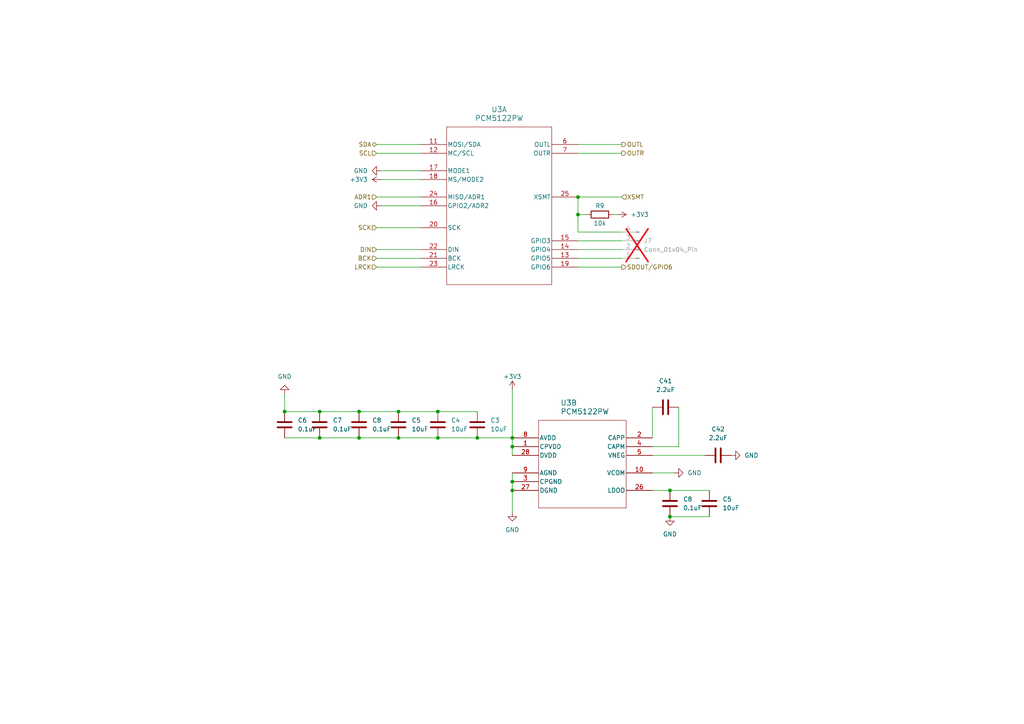
<source format=kicad_sch>
(kicad_sch (version 20230121) (generator eeschema)
  (paper "A4")
  (lib_symbols
    (symbol "Connector:Conn_01x04_Pin" (pin_names (offset 1.016) hide)
      (property "Reference" "J" (at 0 5.08 0))
      (property "Value" "Conn_01x04_Pin" (at 0 -7.62 0))
      (symbol "Conn_01x04_Pin_1_1"
        (polyline (pts (xy 1.27 -5.08) (xy 0.8636 -5.08)) (stroke (width 0.1524)))
        (polyline (pts (xy 1.27 -2.54) (xy 0.8636 -2.54)) (stroke (width 0.1524)))
        (polyline (pts (xy 1.27 0) (xy 0.8636 0)) (stroke (width 0.1524)))
        (polyline (pts (xy 1.27 2.54) (xy 0.8636 2.54)) (stroke (width 0.1524)))
        (rectangle (start 0.8636 -4.953) (end 0 -5.207) (stroke (width 0.1524)) (fill (type outline)))
        (rectangle (start 0.8636 -2.413) (end 0 -2.667) (stroke (width 0.1524)) (fill (type outline)))
        (rectangle (start 0.8636 0.127) (end 0 -0.127) (stroke (width 0.1524)) (fill (type outline)))
        (rectangle (start 0.8636 2.667) (end 0 2.413) (stroke (width 0.1524)) (fill (type outline)))
        (pin passive line (at 5.08 2.54 180) (length 3.81) (name "Pin_1") (number "1"))
        (pin passive line (at 5.08 0 180) (length 3.81) (name "Pin_2") (number "2"))
        (pin passive line (at 5.08 -2.54 180) (length 3.81) (name "Pin_3") (number "3"))
        (pin passive line (at 5.08 -5.08 180) (length 3.81) (name "Pin_4") (number "4"))
      )
    )
    (symbol "Device:C" (pin_numbers hide) (pin_names (offset 0.254))
      (property "Reference" "C" (at 0.635 2.54 0))
      (property "Value" "C" (at 0.635 -2.54 0))
      (symbol "C_0_1"
        (polyline (pts (xy -2.032 -0.762) (xy 2.032 -0.762)) (stroke (width 0.508)))
        (polyline (pts (xy -2.032 0.762) (xy 2.032 0.762)) (stroke (width 0.508)))
      )
      (symbol "C_1_1"
        (pin passive line (at 0 3.81 270) (length 2.794) (name "~") (number "1"))
        (pin passive line (at 0 -3.81 90) (length 2.794) (name "~") (number "2"))
      )
    )
    (symbol "Device:R" (pin_numbers hide) (pin_names (offset 0))
      (property "Reference" "R" (at 2.032 0 90))
      (property "Value" "R" (at 0 0 90))
      (symbol "R_0_1"
        (rectangle (start -1.016 -2.54) (end 1.016 2.54) (stroke (width 0.254)))
      )
      (symbol "R_1_1"
        (pin passive line (at 0 3.81 270) (length 1.27) (name "~") (number "1"))
        (pin passive line (at 0 -3.81 90) (length 1.27) (name "~") (number "2"))
      )
    )
    (symbol "TI_PCM5122PW_functional:PCM5122PW" (pin_names (offset 0.254))
      (property "Reference" "U" (at 22.86 10.16 0))
      (property "Value" "PCM5122PW" (at 22.86 7.62 0))
      (symbol "PCM5122PW_1_1"
        (polyline (pts (xy 7.62 -40.64) (xy 38.1 -40.64)) (stroke (width 0.127)))
        (polyline (pts (xy 7.62 5.08) (xy 7.62 -40.64)) (stroke (width 0.127)))
        (polyline (pts (xy 38.1 -40.64) (xy 38.1 5.08)) (stroke (width 0.127)))
        (polyline (pts (xy 38.1 5.08) (xy 7.62 5.08)) (stroke (width 0.127)))
        (pin input line (at 0 0 0) (length 7.62) (name "MOSI/SDA") (number "11"))
        (pin input line (at 0 -2.54 0) (length 7.62) (name "MC/SCL") (number "12"))
        (pin bidirectional line (at 45.72 -33.02 180) (length 7.62) (name "GPIO5") (number "13"))
        (pin bidirectional line (at 45.72 -30.48 180) (length 7.62) (name "GPIO4") (number "14"))
        (pin bidirectional line (at 45.72 -27.94 180) (length 7.62) (name "GPIO3") (number "15"))
        (pin bidirectional line (at 0 -17.78 0) (length 7.62) (name "GPIO2/ADR2") (number "16"))
        (pin input line (at 0 -7.62 0) (length 7.62) (name "MODE1") (number "17"))
        (pin input line (at 0 -10.16 0) (length 7.62) (name "MS/MODE2") (number "18"))
        (pin bidirectional line (at 45.72 -35.56 180) (length 7.62) (name "GPIO6") (number "19"))
        (pin input line (at 0 -24.13 0) (length 7.62) (name "SCK") (number "20"))
        (pin bidirectional line (at 0 -33.02 0) (length 7.62) (name "BCK") (number "21"))
        (pin input line (at 0 -30.48 0) (length 7.62) (name "DIN") (number "22"))
        (pin bidirectional line (at 0 -35.56 0) (length 7.62) (name "LRCK") (number "23"))
        (pin bidirectional line (at 0 -15.24 0) (length 7.62) (name "MISO/ADR1") (number "24"))
        (pin input line (at 45.72 -15.24 180) (length 7.62) (name "XSMT") (number "25"))
        (pin output line (at 45.72 0 180) (length 7.62) (name "OUTL") (number "6"))
        (pin output line (at 45.72 -2.54 180) (length 7.62) (name "OUTR") (number "7"))
      )
      (symbol "PCM5122PW_2_1"
        (polyline (pts (xy 7.62 -20.32) (xy 33.02 -20.32)) (stroke (width 0.127)))
        (polyline (pts (xy 7.62 5.08) (xy 7.62 -20.32)) (stroke (width 0.127)))
        (polyline (pts (xy 33.02 -20.32) (xy 33.02 5.08)) (stroke (width 0.127)))
        (polyline (pts (xy 33.02 5.08) (xy 7.62 5.08)) (stroke (width 0.127)))
        (pin power_in line (at 0 -2.54 0) (length 7.62) (name "CPVDD") (number "1"))
        (pin output line (at 40.64 -10.16 180) (length 7.62) (name "VCOM") (number "10"))
        (pin output line (at 40.64 0 180) (length 7.62) (name "CAPP") (number "2"))
        (pin unspecified line (at 40.64 -15.24 180) (length 7.62) (name "LDOO") (number "26"))
        (pin power_in line (at 0 -15.24 0) (length 7.62) (name "DGND") (number "27"))
        (pin power_in line (at 0 -5.08 0) (length 7.62) (name "DVDD") (number "28"))
        (pin power_in line (at 0 -12.7 0) (length 7.62) (name "CPGND") (number "3"))
        (pin output line (at 40.64 -2.54 180) (length 7.62) (name "CAPM") (number "4"))
        (pin output line (at 40.64 -5.08 180) (length 7.62) (name "VNEG") (number "5"))
        (pin power_in line (at 0 0 0) (length 7.62) (name "AVDD") (number "8"))
        (pin power_in line (at 0 -10.16 0) (length 7.62) (name "AGND") (number "9"))
      )
    )
    (symbol "power:+3V3" (power) (pin_names (offset 0))
      (property "Value" "+3V3" (at 0 3.556 0))
      (symbol "+3V3_0_1"
        (polyline (pts (xy -0.762 1.27) (xy 0 2.54)))
        (polyline (pts (xy 0 0) (xy 0 2.54)))
        (polyline (pts (xy 0 2.54) (xy 0.762 1.27)))
      )
      (symbol "+3V3_1_1"
        (pin power_in line (at 0 0 90) (length 0) hide (name "+3V3") (number "1"))
      )
    )
    (symbol "power:GND" (power) (pin_names (offset 0))
      (property "Value" "GND" (at 0 -3.81 0))
      (symbol "GND_0_1"
        (polyline (pts (xy 0 0) (xy 0 -1.27) (xy 1.27 -1.27) (xy 0 -2.54) (xy -1.27 -1.27) (xy 0 -1.27)))
      )
      (symbol "GND_1_1"
        (pin power_in line (at 0 0 270) (length 0) hide (name "GND") (number "1"))
      )
    )
  )
  (junction (at 194.31 142.24))
  (junction (at 82.55 119.38))
  (junction (at 148.59 142.24))
  (junction (at 167.64 62.23))
  (junction (at 148.59 139.7))
  (junction (at 148.59 129.54))
  (junction (at 104.14 119.38))
  (junction (at 92.71 127))
  (junction (at 127 119.38))
  (junction (at 167.64 57.15))
  (junction (at 92.71 119.38))
  (junction (at 194.31 149.86))
  (junction (at 138.43 127))
  (junction (at 104.14 127))
  (junction (at 115.57 127))
  (junction (at 127 127))
  (junction (at 148.59 127))
  (junction (at 115.57 119.38))
  (wire (pts (xy 148.59 142.24) (xy 148.59 148.59)))
  (wire (pts (xy 180.34 44.45) (xy 167.64 44.45)))
  (wire (pts (xy 109.22 57.15) (xy 121.92 57.15)))
  (wire (pts (xy 82.55 127) (xy 92.71 127)))
  (wire (pts (xy 167.64 62.23) (xy 167.64 57.15)))
  (wire (pts (xy 180.34 77.47) (xy 167.64 77.47)))
  (wire (pts (xy 92.71 127) (xy 104.14 127)))
  (wire (pts (xy 127 119.38) (xy 138.43 119.38)))
  (wire (pts (xy 110.49 59.69) (xy 121.92 59.69)))
  (wire (pts (xy 138.43 127) (xy 148.59 127)))
  (wire (pts (xy 194.31 142.24) (xy 189.23 142.24)))
  (wire (pts (xy 82.55 119.38) (xy 92.71 119.38)))
  (wire (pts (xy 180.34 57.15) (xy 167.64 57.15)))
  (wire (pts (xy 109.22 77.47) (xy 121.92 77.47)))
  (wire (pts (xy 194.31 142.24) (xy 205.74 142.24)))
  (wire (pts (xy 82.55 114.3) (xy 82.55 119.38)))
  (wire (pts (xy 115.57 119.38) (xy 127 119.38)))
  (wire (pts (xy 180.34 74.93) (xy 167.64 74.93)))
  (wire (pts (xy 110.49 52.07) (xy 121.92 52.07)))
  (wire (pts (xy 180.34 69.85) (xy 167.64 69.85)))
  (wire (pts (xy 167.64 67.31) (xy 167.64 62.23)))
  (wire (pts (xy 179.07 62.23) (xy 177.8 62.23)))
  (wire (pts (xy 104.14 127) (xy 115.57 127)))
  (wire (pts (xy 148.59 127) (xy 148.59 129.54)))
  (wire (pts (xy 180.34 41.91) (xy 167.64 41.91)))
  (wire (pts (xy 148.59 113.03) (xy 148.59 127)))
  (wire (pts (xy 109.22 44.45) (xy 121.92 44.45)))
  (wire (pts (xy 195.58 137.16) (xy 189.23 137.16)))
  (wire (pts (xy 109.22 74.93) (xy 121.92 74.93)))
  (wire (pts (xy 170.18 62.23) (xy 167.64 62.23)))
  (wire (pts (xy 104.14 119.38) (xy 115.57 119.38)))
  (wire (pts (xy 194.31 149.86) (xy 205.74 149.86)))
  (wire (pts (xy 189.23 127) (xy 189.23 118.11)))
  (wire (pts (xy 189.23 132.08) (xy 204.47 132.08)))
  (wire (pts (xy 109.22 66.04) (xy 121.92 66.04)))
  (wire (pts (xy 109.22 72.39) (xy 121.92 72.39)))
  (wire (pts (xy 180.34 67.31) (xy 167.64 67.31)))
  (wire (pts (xy 196.85 129.54) (xy 189.23 129.54)))
  (wire (pts (xy 196.85 118.11) (xy 196.85 129.54)))
  (wire (pts (xy 180.34 72.39) (xy 167.64 72.39)))
  (wire (pts (xy 92.71 119.38) (xy 104.14 119.38)))
  (wire (pts (xy 148.59 137.16) (xy 148.59 139.7)))
  (wire (pts (xy 127 127) (xy 138.43 127)))
  (wire (pts (xy 148.59 139.7) (xy 148.59 142.24)))
  (wire (pts (xy 110.49 49.53) (xy 121.92 49.53)))
  (wire (pts (xy 109.22 41.91) (xy 121.92 41.91)))
  (wire (pts (xy 115.57 127) (xy 127 127)))
  (wire (pts (xy 148.59 129.54) (xy 148.59 132.08)))
  (hierarchical_label "BCK" (shape input) (at 109.22 74.93 180))
  (hierarchical_label "OUTL" (shape output) (at 180.34 41.91 0))
  (hierarchical_label "ADR1" (shape input) (at 109.22 57.15 180))
  (hierarchical_label "SCL" (shape input) (at 109.22 44.45 180))
  (hierarchical_label "SDA" (shape bidirectional) (at 109.22 41.91 180))
  (hierarchical_label "DIN" (shape input) (at 109.22 72.39 180))
  (hierarchical_label "SCK" (shape input) (at 109.22 66.04 180))
  (hierarchical_label "LRCK" (shape input) (at 109.22 77.47 180))
  (hierarchical_label "XSMT" (shape input) (at 180.34 57.15 0))
  (hierarchical_label "SDOUT{slash}GPIO6" (shape output) (at 180.34 77.47 0))
  (hierarchical_label "OUTR" (shape output) (at 180.34 44.45 0))
  (symbol (lib_id "power:+3V3") (at 148.59 113.03 0) (unit 1)
    (property "Reference" "#PWR014" (effects hide))
    (property "Value" "+3V3" (at 148.59 109.22 0))
    (instances (project "Endstufe" (path "" (reference "#PWR014") (unit 1)) (path "" (reference "#PWR027") (unit 1))))
  )
  (symbol (lib_id "power:GND") (at 148.59 148.59 0) (unit 1)
    (property "Reference" "#PWR028" (effects hide))
    (property "Value" "GND" (at 148.59 153.67 0))
  )
  (symbol (lib_id "Device:C") (at 193.04 118.11 90) (unit 1)
    (property "Reference" "C41" (at 193.04 110.49 90))
    (property "Value" "2.2uF" (at 193.04 113.03 90))
    (property "Footprint" "Capacitor_SMD:C_1206_3216Metric" (effects hide))
    (property "LCSC Part #" "C50254" (effects hide))
  )
  (symbol (lib_id "Device:C") (at 115.57 123.19 0) (unit 1)
    (property "Reference" "C5" (at 119.38 121.92 0) (effects (justify left)))
    (property "Value" "10uF" (at 119.38 124.46 0) (effects (justify left)))
    (property "Footprint" "Capacitor_SMD:C_1206_3216Metric" (effects hide))
    (property "LCSC Part #" "C89632" (effects hide))
    (instances (project "Endstufe" (path "" (reference "C5") (unit 1)) (path "" (reference "C10") (unit 1)) (path "" (reference "C24") (unit 1)) (path "" (reference "C36") (unit 1))))
  )
  (symbol (lib_id "TI_PCM5122PW_functional:PCM5122PW") (at 148.59 127 0) (unit 2)
    (property "Reference" "U3" (at 162.56 116.84 0) (effects (font (size 1.524 1.524)) (justify left)))
    (property "Value" "PCM5122PW" (at 162.56 119.38 0) (effects (font (size 1.524 1.524)) (justify left)))
    (property "Footprint" "PW28" (effects hide))
    (property "Datasheet" "PCM5122PW" (effects hide))
    (property "LCSC Part #" "C1540085" (effects hide))
  )
  (symbol (lib_id "Device:C") (at 205.74 146.05 0) (unit 1)
    (property "Reference" "C5" (at 209.55 144.78 0) (effects (justify left)))
    (property "Value" "10uF" (at 209.55 147.32 0) (effects (justify left)))
    (property "Footprint" "Capacitor_SMD:C_1206_3216Metric" (effects hide))
    (property "LCSC Part #" "C89632" (effects hide))
    (instances (project "Endstufe" (path "" (reference "C5") (unit 1)) (path "" (reference "C10") (unit 1)) (path "" (reference "C24") (unit 1)) (path "" (reference "C40") (unit 1))))
  )
  (symbol (lib_id "power:GND") (at 110.49 49.53 270) (unit 1)
    (property "Reference" "#PWR032" (effects hide))
    (property "Value" "GND" (at 106.68 49.53 90) (effects (justify right)))
  )
  (symbol (lib_id "Connector:Conn_01x04_Pin") (at 185.42 72.39 180) (unit 1) (dnp yes)
    (property "Reference" "J7" (at 186.69 69.85 0) (effects (justify right)))
    (property "Value" "Conn_01x04_Pin" (at 186.69 72.39 0) (effects (justify right)))
  )
  (symbol (lib_id "power:GND") (at 194.31 149.86 0) (unit 1)
    (property "Reference" "#PWR029" (effects hide))
    (property "Value" "GND" (at 194.31 154.94 0))
  )
  (symbol (lib_id "Device:C") (at 104.14 123.19 0) (unit 1)
    (property "Reference" "C8" (at 107.95 121.92 0) (effects (justify left)))
    (property "Value" "0.1uF" (at 107.95 124.46 0) (effects (justify left)))
    (property "Footprint" "Capacitor_SMD:C_0603_1608Metric" (effects hide))
    (property "LCSC Part #" "C913912" (effects hide))
    (instances (project "Endstufe" (path "" (reference "C8") (unit 1)) (path "" (reference "C9") (unit 1)) (path "" (reference "C23") (unit 1)) (path "" (reference "C35") (unit 1))))
  )
  (symbol (lib_id "Device:C") (at 208.28 132.08 90) (unit 1)
    (property "Reference" "C42" (at 208.28 124.46 90))
    (property "Value" "2.2uF" (at 208.28 127 90))
    (property "Footprint" "Capacitor_SMD:C_1206_3216Metric" (effects hide))
    (property "LCSC Part #" "C50254" (effects hide))
  )
  (symbol (lib_id "power:GND") (at 110.49 59.69 270) (unit 1)
    (property "Reference" "#PWR035" (effects hide))
    (property "Value" "GND" (at 106.68 59.69 90) (effects (justify right)))
  )
  (symbol (lib_id "Device:C") (at 127 123.19 0) (unit 1)
    (property "Reference" "C4" (at 130.81 121.92 0) (effects (justify left)))
    (property "Value" "10uF" (at 130.81 124.46 0) (effects (justify left)))
    (property "Footprint" "Capacitor_SMD:C_1206_3216Metric" (effects hide))
    (property "LCSC Part #" "C89632" (effects hide))
    (instances (project "Endstufe" (path "" (reference "C4") (unit 1)) (path "" (reference "C13") (unit 1)) (path "" (reference "C25") (unit 1)) (path "" (reference "C37") (unit 1))))
  )
  (symbol (lib_id "Device:C") (at 82.55 123.19 0) (unit 1)
    (property "Reference" "C6" (at 86.36 121.92 0) (effects (justify left)))
    (property "Value" "0.1uF" (at 86.36 124.46 0) (effects (justify left)))
    (property "Footprint" "Capacitor_SMD:C_0603_1608Metric" (effects hide))
    (property "LCSC Part #" "C913912" (effects hide))
    (instances (project "Endstufe" (path "" (reference "C6") (unit 1)) (path "" (reference "C5") (unit 1)) (path "" (reference "C21") (unit 1)) (path "" (reference "C33") (unit 1))))
  )
  (symbol (lib_id "power:GND") (at 212.09 132.08 90) (unit 1)
    (property "Reference" "#PWR031" (effects hide))
    (property "Value" "GND" (at 215.9 132.08 90) (effects (justify right)))
  )
  (symbol (lib_id "power:GND") (at 195.58 137.16 90) (unit 1)
    (property "Reference" "#PWR030" (effects hide))
    (property "Value" "GND" (at 199.39 137.16 90) (effects (justify right)))
  )
  (symbol (lib_id "Device:R") (at 173.99 62.23 90) (unit 1)
    (property "Reference" "R9" (at 173.99 59.69 90))
    (property "Value" "10k" (at 173.99 64.77 90))
  )
  (symbol (lib_id "power:GND") (at 82.55 114.3 180) (unit 1)
    (property "Reference" "#PWR06" (effects hide))
    (property "Value" "GND" (at 82.55 109.22 0))
    (instances (project "Endstufe" (path "" (reference "#PWR06") (unit 1)) (path "" (reference "#PWR03") (unit 1)) (path "" (reference "#PWR015") (unit 1)) (path "" (reference "#PWR026") (unit 1))))
  )
  (symbol (lib_id "Device:C") (at 138.43 123.19 0) (unit 1)
    (property "Reference" "C3" (at 142.24 121.92 0) (effects (justify left)))
    (property "Value" "10uF" (at 142.24 124.46 0) (effects (justify left)))
    (property "Footprint" "Capacitor_SMD:C_1206_3216Metric" (effects hide))
    (property "LCSC Part #" "C89632" (effects hide))
    (instances (project "Endstufe" (path "" (reference "C3") (unit 1)) (path "" (reference "C14") (unit 1)) (path "" (reference "C26") (unit 1)) (path "" (reference "C38") (unit 1))))
  )
  (symbol (lib_id "TI_PCM5122PW_functional:PCM5122PW") (at 121.92 41.91 0) (unit 1)
    (property "Reference" "U3" (at 144.78 31.75 0) (effects (font (size 1.524 1.524))))
    (property "Value" "PCM5122PW" (at 144.78 34.29 0) (effects (font (size 1.524 1.524))))
    (property "Footprint" "PW28" (effects hide))
    (property "Datasheet" "PCM5122PW" (effects hide))
    (property "LCSC Part #" "C1540085" (effects hide))
  )
  (symbol (lib_id "Device:C") (at 194.31 146.05 0) (unit 1)
    (property "Reference" "C8" (at 198.12 144.78 0) (effects (justify left)))
    (property "Value" "0.1uF" (at 198.12 147.32 0) (effects (justify left)))
    (property "Footprint" "Capacitor_SMD:C_0603_1608Metric" (effects hide))
    (property "LCSC Part #" "C913912" (effects hide))
    (instances (project "Endstufe" (path "" (reference "C8") (unit 1)) (path "" (reference "C9") (unit 1)) (path "" (reference "C23") (unit 1)) (path "" (reference "C39") (unit 1))))
  )
  (symbol (lib_id "Device:C") (at 92.71 123.19 0) (unit 1)
    (property "Reference" "C7" (at 96.52 121.92 0) (effects (justify left)))
    (property "Value" "0.1uF" (at 96.52 124.46 0) (effects (justify left)))
    (property "Footprint" "Capacitor_SMD:C_0603_1608Metric" (effects hide))
    (property "LCSC Part #" "C913912" (effects hide))
    (instances (project "Endstufe" (path "" (reference "C7") (unit 1)) (path "" (reference "C6") (unit 1)) (path "" (reference "C22") (unit 1)) (path "" (reference "C34") (unit 1))))
  )
  (symbol (lib_id "power:+3V3") (at 179.07 62.23 270) (unit 1)
    (property "Reference" "#PWR036" (effects hide))
    (property "Value" "+3V3" (at 182.88 62.23 90) (effects (justify left)))
  )
  (symbol (lib_id "power:+3V3") (at 110.49 52.07 90) (unit 1)
    (property "Reference" "#PWR033" (effects hide))
    (property "Value" "+3V3" (at 106.68 52.07 90) (effects (justify left)))
  )
)
</source>
